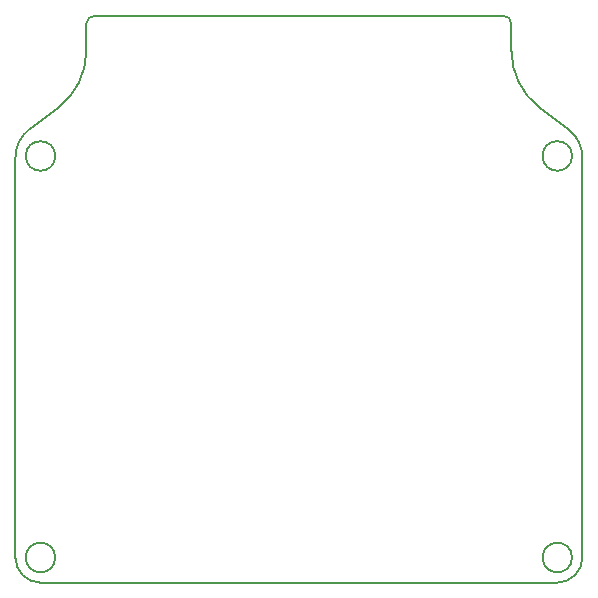
<source format=gbr>
%TF.GenerationSoftware,KiCad,Pcbnew,(5.1.8-0-10_14)*%
%TF.CreationDate,2021-05-13T19:53:47+02:00*%
%TF.ProjectId,Nauthiluscontroller,4e617574-6869-46c7-9573-636f6e74726f,rev?*%
%TF.SameCoordinates,Original*%
%TF.FileFunction,Profile,NP*%
%FSLAX46Y46*%
G04 Gerber Fmt 4.6, Leading zero omitted, Abs format (unit mm)*
G04 Created by KiCad (PCBNEW (5.1.8-0-10_14)) date 2021-05-13 19:53:47*
%MOMM*%
%LPD*%
G01*
G04 APERTURE LIST*
%TA.AperFunction,Profile*%
%ADD10C,0.200000*%
%TD*%
G04 APERTURE END LIST*
D10*
X122048680Y-73801322D02*
G75*
G02*
X119648678Y-78601322I-6000000J1D01*
G01*
X116048679Y-82801321D02*
X116048679Y-116680000D01*
X164048679Y-116680000D02*
G75*
G02*
X161927359Y-118801320I-2121320J0D01*
G01*
X163177359Y-82680001D02*
G75*
G03*
X163177359Y-82680001I-1250000J0D01*
G01*
X116048679Y-82801321D02*
G75*
G02*
X117248679Y-80401321I3000000J0D01*
G01*
X122048679Y-71508428D02*
G75*
G02*
X122755786Y-70801321I707107J0D01*
G01*
X157341573Y-70801321D02*
X122755786Y-70801321D01*
X157341573Y-70801322D02*
G75*
G02*
X158048679Y-71508428I0J-707106D01*
G01*
X158048679Y-73801321D02*
X158048679Y-71508428D01*
X163177359Y-116680000D02*
G75*
G03*
X163177359Y-116680000I-1250000J0D01*
G01*
X119648678Y-78601322D02*
X117248679Y-80401321D01*
X119420000Y-82680001D02*
G75*
G03*
X119420000Y-82680001I-1250000J0D01*
G01*
X160448680Y-78601322D02*
G75*
G02*
X158048679Y-73801321I3599999J4800001D01*
G01*
X162848679Y-80401321D02*
X160448681Y-78601322D01*
X162848679Y-80401321D02*
G75*
G02*
X164048679Y-82801321I-1800000J-2400000D01*
G01*
X164048679Y-116680000D02*
X164048679Y-82801321D01*
X118170000Y-118801320D02*
X161927359Y-118801320D01*
X119420000Y-116680000D02*
G75*
G03*
X119420000Y-116680000I-1250000J0D01*
G01*
X122048679Y-71508428D02*
X122048680Y-73801321D01*
X118170000Y-118801321D02*
G75*
G02*
X116048679Y-116680000I0J2121321D01*
G01*
M02*

</source>
